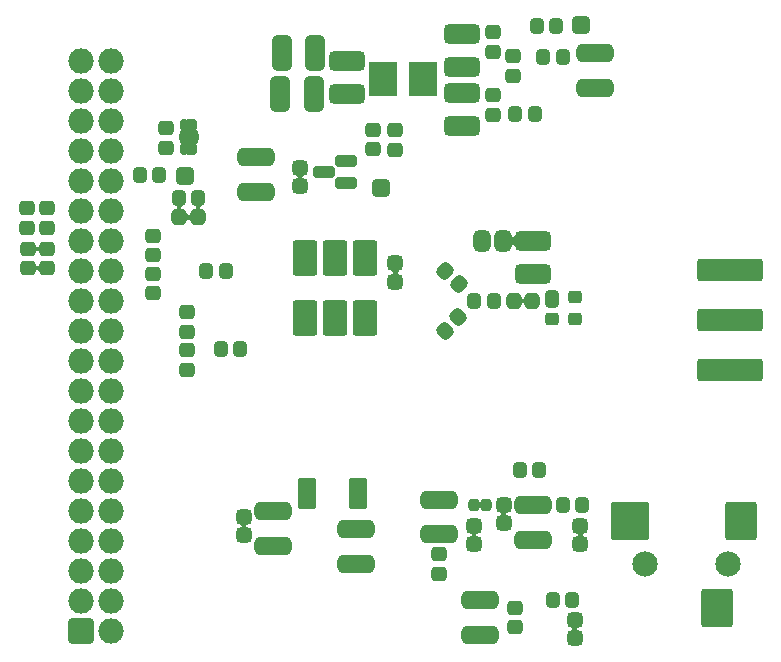
<source format=gbr>
%TF.GenerationSoftware,KiCad,Pcbnew,6.0.2+dfsg-1*%
%TF.CreationDate,2024-07-06T16:30:26+10:00*%
%TF.ProjectId,ulx3s_mixer,756c7833-735f-46d6-9978-65722e6b6963,rev?*%
%TF.SameCoordinates,Original*%
%TF.FileFunction,Soldermask,Top*%
%TF.FilePolarity,Negative*%
%FSLAX46Y46*%
G04 Gerber Fmt 4.6, Leading zero omitted, Abs format (unit mm)*
G04 Created by KiCad (PCBNEW 6.0.2+dfsg-1) date 2024-07-06 16:30:26*
%MOMM*%
%LPD*%
G01*
G04 APERTURE LIST*
G04 Aperture macros list*
%AMRoundRect*
0 Rectangle with rounded corners*
0 $1 Rounding radius*
0 $2 $3 $4 $5 $6 $7 $8 $9 X,Y pos of 4 corners*
0 Add a 4 corners polygon primitive as box body*
4,1,4,$2,$3,$4,$5,$6,$7,$8,$9,$2,$3,0*
0 Add four circle primitives for the rounded corners*
1,1,$1+$1,$2,$3*
1,1,$1+$1,$4,$5*
1,1,$1+$1,$6,$7*
1,1,$1+$1,$8,$9*
0 Add four rect primitives between the rounded corners*
20,1,$1+$1,$2,$3,$4,$5,0*
20,1,$1+$1,$4,$5,$6,$7,0*
20,1,$1+$1,$6,$7,$8,$9,0*
20,1,$1+$1,$8,$9,$2,$3,0*%
G04 Aperture macros list end*
%ADD10RoundRect,0.445000X0.250000X-0.225000X0.250000X0.225000X-0.250000X0.225000X-0.250000X-0.225000X0*%
%ADD11RoundRect,0.420000X-0.275000X0.200000X-0.275000X-0.200000X0.275000X-0.200000X0.275000X0.200000X0*%
%ADD12RoundRect,0.220000X-0.350000X-0.300000X0.350000X-0.300000X0.350000X0.300000X-0.350000X0.300000X0*%
%ADD13RoundRect,0.220000X-0.350000X-0.500000X0.350000X-0.500000X0.350000X0.500000X-0.350000X0.500000X0*%
%ADD14RoundRect,0.420000X-0.053033X0.335876X-0.335876X0.053033X0.053033X-0.335876X0.335876X-0.053033X0*%
%ADD15RoundRect,0.470000X-1.100000X0.325000X-1.100000X-0.325000X1.100000X-0.325000X1.100000X0.325000X0*%
%ADD16RoundRect,0.420000X0.200000X0.275000X-0.200000X0.275000X-0.200000X-0.275000X0.200000X-0.275000X0*%
%ADD17RoundRect,0.470000X-1.075000X0.375000X-1.075000X-0.375000X1.075000X-0.375000X1.075000X0.375000X0*%
%ADD18RoundRect,0.445000X-0.250000X0.225000X-0.250000X-0.225000X0.250000X-0.225000X0.250000X0.225000X0*%
%ADD19RoundRect,0.470000X1.100000X-0.325000X1.100000X0.325000X-1.100000X0.325000X-1.100000X-0.325000X0*%
%ADD20RoundRect,0.420000X-0.200000X-0.275000X0.200000X-0.275000X0.200000X0.275000X-0.200000X0.275000X0*%
%ADD21RoundRect,0.220000X-1.000000X-0.325000X1.000000X-0.325000X1.000000X0.325000X-1.000000X0.325000X0*%
%ADD22C,2.140000*%
%ADD23RoundRect,0.220000X-1.100000X1.400000X-1.100000X-1.400000X1.100000X-1.400000X1.100000X1.400000X0*%
%ADD24RoundRect,0.220000X-1.400000X1.400000X-1.400000X-1.400000X1.400000X-1.400000X1.400000X1.400000X0*%
%ADD25RoundRect,0.220000X-0.500000X-0.500000X0.500000X-0.500000X0.500000X0.500000X-0.500000X0.500000X0*%
%ADD26RoundRect,0.470000X-0.375000X-1.075000X0.375000X-1.075000X0.375000X1.075000X-0.375000X1.075000X0*%
%ADD27RoundRect,0.470000X-0.262500X-0.450000X0.262500X-0.450000X0.262500X0.450000X-0.262500X0.450000X0*%
%ADD28RoundRect,0.445000X0.225000X0.250000X-0.225000X0.250000X-0.225000X-0.250000X0.225000X-0.250000X0*%
%ADD29RoundRect,0.420000X0.275000X-0.200000X0.275000X0.200000X-0.275000X0.200000X-0.275000X-0.200000X0*%
%ADD30RoundRect,0.370000X0.587500X0.150000X-0.587500X0.150000X-0.587500X-0.150000X0.587500X-0.150000X0*%
%ADD31RoundRect,0.367500X-0.147500X-0.172500X0.147500X-0.172500X0.147500X0.172500X-0.147500X0.172500X0*%
%ADD32RoundRect,0.220000X-0.550000X-0.125000X0.550000X-0.125000X0.550000X0.125000X-0.550000X0.125000X0*%
%ADD33RoundRect,0.220000X-0.825000X-1.270000X0.825000X-1.270000X0.825000X1.270000X-0.825000X1.270000X0*%
%ADD34RoundRect,0.457500X-0.362500X-0.237500X0.362500X-0.237500X0.362500X0.237500X-0.362500X0.237500X0*%
%ADD35RoundRect,0.287500X-0.067500X-0.207500X0.067500X-0.207500X0.067500X0.207500X-0.067500X0.207500X0*%
%ADD36RoundRect,0.220000X2.540000X-0.750000X2.540000X0.750000X-2.540000X0.750000X-2.540000X-0.750000X0*%
%ADD37RoundRect,0.420000X0.335876X0.053033X0.053033X0.335876X-0.335876X-0.053033X-0.053033X-0.335876X0*%
%ADD38RoundRect,0.220000X-0.850000X-0.850000X0.850000X-0.850000X0.850000X0.850000X-0.850000X0.850000X0*%
%ADD39O,2.140000X2.140000*%
G04 APERTURE END LIST*
D10*
%TO.C,C13*%
X116280000Y-66500000D03*
X116280000Y-64950000D03*
%TD*%
D11*
%TO.C,R10*%
X94825000Y-71780000D03*
X94825000Y-73430000D03*
%TD*%
D12*
%TO.C,U3*%
X139562500Y-77755000D03*
X137562500Y-77755000D03*
D13*
X137562500Y-76055000D03*
D12*
X139562500Y-75855000D03*
%TD*%
D14*
%TO.C,R16*%
X129673363Y-77576637D03*
X128506637Y-78743363D03*
%TD*%
D15*
%TO.C,C21*%
X121000000Y-95525000D03*
X121000000Y-98475000D03*
%TD*%
D16*
%TO.C,R14*%
X132662500Y-76205000D03*
X131012500Y-76205000D03*
%TD*%
D17*
%TO.C,L6*%
X135962500Y-71105000D03*
X135962500Y-73905000D03*
%TD*%
D18*
%TO.C,C19*%
X111500000Y-94500000D03*
X111500000Y-96050000D03*
%TD*%
D11*
%TO.C,R4*%
X94825000Y-68380000D03*
X94825000Y-70030000D03*
%TD*%
D17*
%TO.C,L5*%
X130000000Y-58600000D03*
X130000000Y-61400000D03*
%TD*%
D15*
%TO.C,C17*%
X128000000Y-93025000D03*
X128000000Y-95975000D03*
%TD*%
D19*
%TO.C,C22*%
X131500000Y-104475000D03*
X131500000Y-101525000D03*
%TD*%
D11*
%TO.C,R6*%
X106650000Y-80380000D03*
X106650000Y-82030000D03*
%TD*%
D20*
%TO.C,C1*%
X136300000Y-52900000D03*
X137950000Y-52900000D03*
%TD*%
D16*
%TO.C,R9*%
X104355000Y-65580000D03*
X102705000Y-65580000D03*
%TD*%
D20*
%TO.C,C5*%
X109525000Y-80305000D03*
X111175000Y-80305000D03*
%TD*%
D11*
%TO.C,R5*%
X106650000Y-77180000D03*
X106650000Y-78830000D03*
%TD*%
D17*
%TO.C,L3*%
X120200000Y-55900000D03*
X120200000Y-58700000D03*
%TD*%
D10*
%TO.C,C24*%
X140000000Y-96775000D03*
X140000000Y-95225000D03*
%TD*%
D18*
%TO.C,C15*%
X124325000Y-73030000D03*
X124325000Y-74580000D03*
%TD*%
D15*
%TO.C,C20*%
X114000000Y-94025000D03*
X114000000Y-96975000D03*
%TD*%
D17*
%TO.C,L4*%
X130000000Y-53600000D03*
X130000000Y-56400000D03*
%TD*%
D21*
%TO.C,U1*%
X123290000Y-56450000D03*
X123290000Y-57400000D03*
X123290000Y-58350000D03*
X126710000Y-58350000D03*
X126710000Y-57400000D03*
X126710000Y-56450000D03*
%TD*%
D10*
%TO.C,C25*%
X139500000Y-104775000D03*
X139500000Y-103225000D03*
%TD*%
D20*
%TO.C,C2*%
X134475000Y-60400000D03*
X136125000Y-60400000D03*
%TD*%
D22*
%TO.C,J3*%
X145500000Y-98500000D03*
X152500000Y-98500000D03*
D23*
X151600000Y-102200000D03*
X153600000Y-94800000D03*
D24*
X144200000Y-94800000D03*
%TD*%
D25*
%TO.C,TP3*%
X106550000Y-65640000D03*
%TD*%
D20*
%TO.C,R20*%
X137675000Y-101500000D03*
X139325000Y-101500000D03*
%TD*%
D11*
%TO.C,R1*%
X132600000Y-53475000D03*
X132600000Y-55125000D03*
%TD*%
D26*
%TO.C,L1*%
X114600000Y-58700000D03*
X117400000Y-58700000D03*
%TD*%
D27*
%TO.C,R7*%
X131650000Y-71105000D03*
X133475000Y-71105000D03*
%TD*%
D19*
%TO.C,C23*%
X136000000Y-96475000D03*
X136000000Y-93525000D03*
%TD*%
D20*
%TO.C,R13*%
X106010000Y-67505000D03*
X107660000Y-67505000D03*
%TD*%
D11*
%TO.C,C10*%
X93225000Y-71780000D03*
X93225000Y-73430000D03*
%TD*%
D28*
%TO.C,C6*%
X135900000Y-76205000D03*
X134350000Y-76205000D03*
%TD*%
D20*
%TO.C,R21*%
X138500000Y-93500000D03*
X140150000Y-93500000D03*
%TD*%
%TO.C,C11*%
X108300000Y-73660000D03*
X109950000Y-73660000D03*
%TD*%
D11*
%TO.C,R11*%
X103825000Y-70705000D03*
X103825000Y-72355000D03*
%TD*%
D29*
%TO.C,C4*%
X93125000Y-70030000D03*
X93125000Y-68380000D03*
%TD*%
D16*
%TO.C,R19*%
X136500000Y-90500000D03*
X134850000Y-90500000D03*
%TD*%
D15*
%TO.C,C14*%
X112530000Y-64045000D03*
X112530000Y-66995000D03*
%TD*%
D30*
%TO.C,Q1*%
X120137500Y-66250000D03*
X120137500Y-64350000D03*
X118262500Y-65300000D03*
%TD*%
D31*
%TO.C,FB1*%
X131015000Y-93500000D03*
X131985000Y-93500000D03*
%TD*%
D11*
%TO.C,C7*%
X134300000Y-55475000D03*
X134300000Y-57125000D03*
%TD*%
D25*
%TO.C,TP4*%
X123110000Y-66660000D03*
%TD*%
D29*
%TO.C,C3*%
X124300000Y-63425000D03*
X124300000Y-61775000D03*
%TD*%
D32*
%TO.C,U5*%
X116850000Y-91500000D03*
X116850000Y-92000000D03*
X116850000Y-92500000D03*
X116850000Y-93000000D03*
X116850000Y-93500000D03*
X121150000Y-93500000D03*
X121150000Y-93000000D03*
X121150000Y-92500000D03*
X121150000Y-92000000D03*
X121150000Y-91500000D03*
%TD*%
D33*
%TO.C,U2*%
X116685000Y-77685000D03*
X119225000Y-77685000D03*
X121765000Y-77685000D03*
X121765000Y-72605000D03*
X119225000Y-72605000D03*
X116685000Y-72605000D03*
%TD*%
D18*
%TO.C,C18*%
X133500000Y-93500000D03*
X133500000Y-95050000D03*
%TD*%
D28*
%TO.C,C12*%
X107600000Y-69105000D03*
X106050000Y-69105000D03*
%TD*%
D11*
%TO.C,R2*%
X132600000Y-58775000D03*
X132600000Y-60425000D03*
%TD*%
%TO.C,R17*%
X128000000Y-97675000D03*
X128000000Y-99325000D03*
%TD*%
D34*
%TO.C,U4*%
X106825000Y-62305000D03*
D35*
X107225000Y-61305000D03*
X106825000Y-61305000D03*
X106425000Y-61305000D03*
X106425000Y-63305000D03*
X106825000Y-63305000D03*
X107225000Y-63305000D03*
%TD*%
D36*
%TO.C,J2*%
X152637500Y-77805000D03*
X152637500Y-82055000D03*
X152637500Y-73555000D03*
%TD*%
D11*
%TO.C,R18*%
X134500000Y-102175000D03*
X134500000Y-103825000D03*
%TD*%
D29*
%TO.C,R3*%
X122400000Y-63350000D03*
X122400000Y-61700000D03*
%TD*%
D37*
%TO.C,R15*%
X129693363Y-74803363D03*
X128526637Y-73636637D03*
%TD*%
D26*
%TO.C,L2*%
X114700000Y-55200000D03*
X117500000Y-55200000D03*
%TD*%
D20*
%TO.C,R8*%
X136840000Y-55540000D03*
X138490000Y-55540000D03*
%TD*%
D25*
%TO.C,TP1*%
X140070000Y-52810000D03*
%TD*%
D29*
%TO.C,C9*%
X104925000Y-63230000D03*
X104925000Y-61580000D03*
%TD*%
D11*
%TO.C,R12*%
X103825000Y-73905000D03*
X103825000Y-75555000D03*
%TD*%
D15*
%TO.C,C8*%
X141260000Y-55225000D03*
X141260000Y-58175000D03*
%TD*%
D18*
%TO.C,C16*%
X131000000Y-95225000D03*
X131000000Y-96775000D03*
%TD*%
D38*
%TO.C,J1*%
X97725000Y-104125000D03*
D39*
X100265000Y-104125000D03*
X97725000Y-101585000D03*
X100265000Y-101585000D03*
X97725000Y-99045000D03*
X100265000Y-99045000D03*
X97725000Y-96505000D03*
X100265000Y-96505000D03*
X97725000Y-93965000D03*
X100265000Y-93965000D03*
X97725000Y-91425000D03*
X100265000Y-91425000D03*
X97725000Y-88885000D03*
X100265000Y-88885000D03*
X97725000Y-86345000D03*
X100265000Y-86345000D03*
X97725000Y-83805000D03*
X100265000Y-83805000D03*
X97725000Y-81265000D03*
X100265000Y-81265000D03*
X97725000Y-78725000D03*
X100265000Y-78725000D03*
X97725000Y-76185000D03*
X100265000Y-76185000D03*
X97725000Y-73645000D03*
X100265000Y-73645000D03*
X97725000Y-71105000D03*
X100265000Y-71105000D03*
X97725000Y-68565000D03*
X100265000Y-68565000D03*
X97725000Y-66025000D03*
X100265000Y-66025000D03*
X97725000Y-63485000D03*
X100265000Y-63485000D03*
X97725000Y-60945000D03*
X100265000Y-60945000D03*
X97725000Y-58405000D03*
X100265000Y-58405000D03*
X97725000Y-55865000D03*
X100265000Y-55865000D03*
%TD*%
G36*
X139775540Y-103891581D02*
G01*
X139775728Y-103893573D01*
X139774752Y-103894554D01*
X139717862Y-103920960D01*
X139685431Y-103979227D01*
X139693442Y-104045429D01*
X139738922Y-104094372D01*
X139771999Y-104105119D01*
X139773337Y-104106605D01*
X139772719Y-104108507D01*
X139771193Y-104109012D01*
X139749907Y-104107000D01*
X139250093Y-104107000D01*
X139226278Y-104109251D01*
X139224460Y-104108419D01*
X139224272Y-104106427D01*
X139225248Y-104105446D01*
X139282138Y-104079040D01*
X139314569Y-104020773D01*
X139306558Y-103954571D01*
X139261078Y-103905628D01*
X139228001Y-103894881D01*
X139226663Y-103893395D01*
X139227281Y-103891493D01*
X139228807Y-103890988D01*
X139250093Y-103893000D01*
X139749907Y-103893000D01*
X139773722Y-103890749D01*
X139775540Y-103891581D01*
G37*
G36*
X131275540Y-95891581D02*
G01*
X131275728Y-95893573D01*
X131274752Y-95894554D01*
X131217862Y-95920960D01*
X131185431Y-95979227D01*
X131193442Y-96045429D01*
X131238922Y-96094372D01*
X131271999Y-96105119D01*
X131273337Y-96106605D01*
X131272719Y-96108507D01*
X131271193Y-96109012D01*
X131249907Y-96107000D01*
X130750093Y-96107000D01*
X130726278Y-96109251D01*
X130724460Y-96108419D01*
X130724272Y-96106427D01*
X130725248Y-96105446D01*
X130782138Y-96079040D01*
X130814569Y-96020773D01*
X130806558Y-95954571D01*
X130761078Y-95905628D01*
X130728001Y-95894881D01*
X130726663Y-95893395D01*
X130727281Y-95891493D01*
X130728807Y-95890988D01*
X130750093Y-95893000D01*
X131249907Y-95893000D01*
X131273722Y-95890749D01*
X131275540Y-95891581D01*
G37*
G36*
X140275540Y-95891581D02*
G01*
X140275728Y-95893573D01*
X140274752Y-95894554D01*
X140217862Y-95920960D01*
X140185431Y-95979227D01*
X140193442Y-96045429D01*
X140238922Y-96094372D01*
X140271999Y-96105119D01*
X140273337Y-96106605D01*
X140272719Y-96108507D01*
X140271193Y-96109012D01*
X140249907Y-96107000D01*
X139750093Y-96107000D01*
X139726278Y-96109251D01*
X139724460Y-96108419D01*
X139724272Y-96106427D01*
X139725248Y-96105446D01*
X139782138Y-96079040D01*
X139814569Y-96020773D01*
X139806558Y-95954571D01*
X139761078Y-95905628D01*
X139728001Y-95894881D01*
X139726663Y-95893395D01*
X139727281Y-95891493D01*
X139728807Y-95890988D01*
X139750093Y-95893000D01*
X140249907Y-95893000D01*
X140273722Y-95890749D01*
X140275540Y-95891581D01*
G37*
G36*
X111775540Y-95166581D02*
G01*
X111775728Y-95168573D01*
X111774752Y-95169554D01*
X111717862Y-95195960D01*
X111685431Y-95254227D01*
X111693442Y-95320429D01*
X111738922Y-95369372D01*
X111771999Y-95380119D01*
X111773337Y-95381605D01*
X111772719Y-95383507D01*
X111771193Y-95384012D01*
X111749907Y-95382000D01*
X111250093Y-95382000D01*
X111226278Y-95384251D01*
X111224460Y-95383419D01*
X111224272Y-95381427D01*
X111225248Y-95380446D01*
X111282138Y-95354040D01*
X111314569Y-95295773D01*
X111306558Y-95229571D01*
X111261078Y-95180628D01*
X111228001Y-95169881D01*
X111226663Y-95168395D01*
X111227281Y-95166493D01*
X111228807Y-95165988D01*
X111250093Y-95168000D01*
X111749907Y-95168000D01*
X111773722Y-95165749D01*
X111775540Y-95166581D01*
G37*
G36*
X133775540Y-94166581D02*
G01*
X133775728Y-94168573D01*
X133774752Y-94169554D01*
X133717862Y-94195960D01*
X133685431Y-94254227D01*
X133693442Y-94320429D01*
X133738922Y-94369372D01*
X133771999Y-94380119D01*
X133773337Y-94381605D01*
X133772719Y-94383507D01*
X133771193Y-94384012D01*
X133749907Y-94382000D01*
X133250093Y-94382000D01*
X133226278Y-94384251D01*
X133224460Y-94383419D01*
X133224272Y-94381427D01*
X133225248Y-94380446D01*
X133282138Y-94354040D01*
X133314569Y-94295773D01*
X133306558Y-94229571D01*
X133261078Y-94180628D01*
X133228001Y-94169881D01*
X133226663Y-94168395D01*
X133227281Y-94166493D01*
X133228807Y-94165988D01*
X133250093Y-94168000D01*
X133749907Y-94168000D01*
X133773722Y-94165749D01*
X133775540Y-94166581D01*
G37*
G36*
X135019554Y-75930248D02*
G01*
X135045960Y-75987138D01*
X135104227Y-76019569D01*
X135170429Y-76011558D01*
X135219372Y-75966078D01*
X135230119Y-75933001D01*
X135231605Y-75931663D01*
X135233507Y-75932281D01*
X135234012Y-75933807D01*
X135232000Y-75955093D01*
X135232000Y-76454907D01*
X135234251Y-76478722D01*
X135233419Y-76480540D01*
X135231427Y-76480728D01*
X135230446Y-76479752D01*
X135204040Y-76422862D01*
X135145773Y-76390431D01*
X135079571Y-76398442D01*
X135030628Y-76443922D01*
X135019881Y-76476999D01*
X135018395Y-76478337D01*
X135016493Y-76477719D01*
X135015988Y-76476193D01*
X135018000Y-76454907D01*
X135018000Y-75955093D01*
X135015749Y-75931278D01*
X135016581Y-75929460D01*
X135018573Y-75929272D01*
X135019554Y-75930248D01*
G37*
G36*
X124600540Y-73696581D02*
G01*
X124600728Y-73698573D01*
X124599752Y-73699554D01*
X124542862Y-73725960D01*
X124510431Y-73784227D01*
X124518442Y-73850429D01*
X124563922Y-73899372D01*
X124596999Y-73910119D01*
X124598337Y-73911605D01*
X124597719Y-73913507D01*
X124596193Y-73914012D01*
X124574907Y-73912000D01*
X124075093Y-73912000D01*
X124051278Y-73914251D01*
X124049460Y-73913419D01*
X124049272Y-73911427D01*
X124050248Y-73910446D01*
X124107138Y-73884040D01*
X124139569Y-73825773D01*
X124131558Y-73759571D01*
X124086078Y-73710628D01*
X124053001Y-73699881D01*
X124051663Y-73698395D01*
X124052281Y-73696493D01*
X124053807Y-73695988D01*
X124075093Y-73698000D01*
X124574907Y-73698000D01*
X124598722Y-73695749D01*
X124600540Y-73696581D01*
G37*
G36*
X94149201Y-73117421D02*
G01*
X94149609Y-73118976D01*
X94132000Y-73230155D01*
X94132000Y-73629845D01*
X94149609Y-73741024D01*
X94148893Y-73742891D01*
X94146917Y-73743204D01*
X94145774Y-73742073D01*
X94140937Y-73729857D01*
X94140811Y-73729361D01*
X94132254Y-73658644D01*
X94104039Y-73597860D01*
X94045772Y-73565429D01*
X93979571Y-73573440D01*
X93930628Y-73618920D01*
X93917761Y-73658521D01*
X93909189Y-73729361D01*
X93909063Y-73729857D01*
X93904226Y-73742073D01*
X93902658Y-73743316D01*
X93900799Y-73742579D01*
X93900391Y-73741024D01*
X93918000Y-73629845D01*
X93918000Y-73230155D01*
X93900391Y-73118976D01*
X93901107Y-73117109D01*
X93903083Y-73116796D01*
X93904226Y-73117927D01*
X93909063Y-73130143D01*
X93909189Y-73130639D01*
X93917746Y-73201356D01*
X93945961Y-73262140D01*
X94004228Y-73294571D01*
X94070429Y-73286560D01*
X94119372Y-73241080D01*
X94132239Y-73201479D01*
X94140811Y-73130639D01*
X94140937Y-73130143D01*
X94145774Y-73117927D01*
X94147342Y-73116684D01*
X94149201Y-73117421D01*
G37*
G36*
X94149201Y-71467421D02*
G01*
X94149609Y-71468976D01*
X94132000Y-71580155D01*
X94132000Y-71979845D01*
X94149609Y-72091024D01*
X94148893Y-72092891D01*
X94146917Y-72093204D01*
X94145774Y-72092073D01*
X94140937Y-72079857D01*
X94140811Y-72079361D01*
X94132254Y-72008644D01*
X94104039Y-71947860D01*
X94045772Y-71915429D01*
X93979571Y-71923440D01*
X93930628Y-71968920D01*
X93917761Y-72008521D01*
X93909189Y-72079361D01*
X93909063Y-72079857D01*
X93904226Y-72092073D01*
X93902658Y-72093316D01*
X93900799Y-72092579D01*
X93900391Y-72091024D01*
X93918000Y-71979845D01*
X93918000Y-71580155D01*
X93900391Y-71468976D01*
X93901107Y-71467109D01*
X93903083Y-71466796D01*
X93904226Y-71467927D01*
X93909063Y-71480143D01*
X93909189Y-71480639D01*
X93917746Y-71551356D01*
X93945961Y-71612140D01*
X94004228Y-71644571D01*
X94070429Y-71636560D01*
X94119372Y-71591080D01*
X94132239Y-71551479D01*
X94140811Y-71480639D01*
X94140937Y-71480143D01*
X94145774Y-71467927D01*
X94147342Y-71466684D01*
X94149201Y-71467421D01*
G37*
G36*
X134209483Y-70661960D02*
G01*
X134210320Y-70668316D01*
X134239170Y-70728803D01*
X134297772Y-70760622D01*
X134363885Y-70751919D01*
X134412359Y-70705919D01*
X134421054Y-70679163D01*
X134422540Y-70677825D01*
X134424442Y-70678443D01*
X134424944Y-70679997D01*
X134419500Y-70730106D01*
X134419500Y-71479894D01*
X134425432Y-71534499D01*
X134424625Y-71536329D01*
X134422637Y-71536545D01*
X134421639Y-71535576D01*
X134395703Y-71481199D01*
X134337100Y-71449380D01*
X134270988Y-71458083D01*
X134222513Y-71504084D01*
X134210338Y-71541553D01*
X134209483Y-71548049D01*
X134208265Y-71549636D01*
X134206282Y-71549375D01*
X134205500Y-71547788D01*
X134205500Y-70662221D01*
X134206500Y-70660489D01*
X134208500Y-70660489D01*
X134209483Y-70661960D01*
G37*
G36*
X106719554Y-68830248D02*
G01*
X106745960Y-68887138D01*
X106804227Y-68919569D01*
X106870429Y-68911558D01*
X106919372Y-68866078D01*
X106930119Y-68833001D01*
X106931605Y-68831663D01*
X106933507Y-68832281D01*
X106934012Y-68833807D01*
X106932000Y-68855093D01*
X106932000Y-69354907D01*
X106934251Y-69378722D01*
X106933419Y-69380540D01*
X106931427Y-69380728D01*
X106930446Y-69379752D01*
X106904040Y-69322862D01*
X106845773Y-69290431D01*
X106779571Y-69298442D01*
X106730628Y-69343922D01*
X106719881Y-69376999D01*
X106718395Y-69378337D01*
X106716493Y-69377719D01*
X106715988Y-69376193D01*
X106718000Y-69354907D01*
X106718000Y-68855093D01*
X106715749Y-68831278D01*
X106716581Y-68829460D01*
X106718573Y-68829272D01*
X106719554Y-68830248D01*
G37*
G36*
X107460155Y-68198000D02*
G01*
X107859845Y-68198000D01*
X107868947Y-68196558D01*
X107870814Y-68197274D01*
X107871127Y-68199250D01*
X107870102Y-68200347D01*
X107810360Y-68228077D01*
X107777929Y-68286344D01*
X107785940Y-68352546D01*
X107831420Y-68401489D01*
X107862487Y-68411583D01*
X107863825Y-68413069D01*
X107863207Y-68414971D01*
X107861681Y-68415476D01*
X107824907Y-68412000D01*
X107381636Y-68412000D01*
X107379904Y-68411000D01*
X107379904Y-68409000D01*
X107381396Y-68408014D01*
X107385989Y-68407458D01*
X107385913Y-68406828D01*
X107386697Y-68404988D01*
X107387280Y-68404685D01*
X107440810Y-68387292D01*
X107480006Y-68333344D01*
X107480006Y-68266660D01*
X107440771Y-68212658D01*
X107390116Y-68192756D01*
X107360639Y-68189189D01*
X107360143Y-68189063D01*
X107347927Y-68184226D01*
X107346684Y-68182658D01*
X107347421Y-68180799D01*
X107348976Y-68180391D01*
X107460155Y-68198000D01*
G37*
G36*
X106322891Y-68181107D02*
G01*
X106323204Y-68183083D01*
X106322073Y-68184226D01*
X106309857Y-68189063D01*
X106309361Y-68189189D01*
X106271145Y-68193813D01*
X106210361Y-68222028D01*
X106177930Y-68280295D01*
X106185941Y-68346496D01*
X106231421Y-68395439D01*
X106270383Y-68408098D01*
X106271721Y-68409584D01*
X106271103Y-68411486D01*
X106269765Y-68412000D01*
X105825093Y-68412000D01*
X105794316Y-68414909D01*
X105792498Y-68414077D01*
X105792310Y-68412085D01*
X105793286Y-68411104D01*
X105849639Y-68384948D01*
X105882070Y-68326682D01*
X105874060Y-68260480D01*
X105828580Y-68211537D01*
X105788986Y-68198672D01*
X105788745Y-68198404D01*
X105788296Y-68198586D01*
X105710640Y-68189189D01*
X105710144Y-68189063D01*
X105697928Y-68184226D01*
X105696685Y-68182658D01*
X105697422Y-68180799D01*
X105698977Y-68180391D01*
X105788849Y-68194625D01*
X105789289Y-68194981D01*
X105789917Y-68194795D01*
X105810155Y-68198000D01*
X106209845Y-68198000D01*
X106321024Y-68180391D01*
X106322891Y-68181107D01*
G37*
G36*
X116555540Y-65616581D02*
G01*
X116555728Y-65618573D01*
X116554752Y-65619554D01*
X116497862Y-65645960D01*
X116465431Y-65704227D01*
X116473442Y-65770429D01*
X116518922Y-65819372D01*
X116551999Y-65830119D01*
X116553337Y-65831605D01*
X116552719Y-65833507D01*
X116551193Y-65834012D01*
X116529907Y-65832000D01*
X116030093Y-65832000D01*
X116006278Y-65834251D01*
X116004460Y-65833419D01*
X116004272Y-65831427D01*
X116005248Y-65830446D01*
X116062138Y-65804040D01*
X116094569Y-65745773D01*
X116086558Y-65679571D01*
X116041078Y-65630628D01*
X116008001Y-65619881D01*
X116006663Y-65618395D01*
X116007281Y-65616493D01*
X116008807Y-65615988D01*
X116030093Y-65618000D01*
X116529907Y-65618000D01*
X116553722Y-65615749D01*
X116555540Y-65616581D01*
G37*
M02*

</source>
